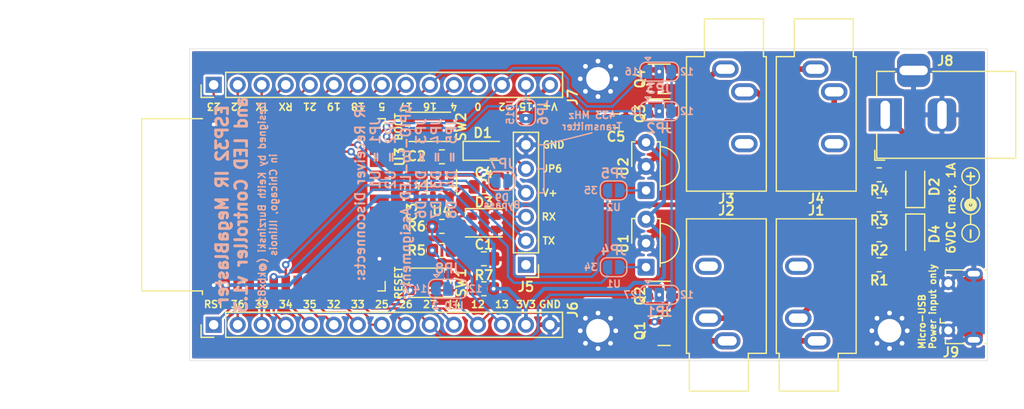
<source format=kicad_pcb>
(kicad_pcb (version 20211014) (generator pcbnew)
  (layers (0 "F.Cu" signal) (31 "B.Cu" signal) (34 "B.Paste" user) (35 "F.Paste" user) (36 "B.SilkS" user "B.Silkscreen") (37 "F.SilkS" user "F.Silkscreen") (38 "B.Mask" user) (39 "F.Mask" user) (44 "Edge.Cuts" user))
  (net 0 "")
  (net 1 "RESET")
  (net 2 "GND")
  (net 3 "+5V")
  (net 4 "+3V3")
  (net 5 "Net-(J1-PadT)")
  (net 6 "Net-(J2-PadT)")
  (net 7 "Net-(D2-Pad2)")
  (net 8 "Net-(J3-PadT)")
  (net 9 "Net-(D3-Pad2)")
  (net 10 "Net-(D3-Pad1)")
  (net 11 "Net-(D4-Pad2)")
  (net 12 "Net-(J4-PadT)")
  (net 13 "FET1")
  (net 14 "FET2")
  (net 15 "FET3")
  (net 16 "FET4")
  (net 17 "+BATT")
  (net 18 "Net-(J5-Pad5)")
  (net 21 "RXD")
  (net 22 "TXD")
  (net 23 "GPIO13")
  (net 24 "GPIO12")
  (net 25 "GPIO14")
  (net 26 "GPIO27")
  (net 27 "GPIO26")
  (net 28 "GPIO25")
  (net 29 "GPIO33")
  (net 30 "GPIO32")
  (net 31 "GPI35")
  (net 32 "GPI34")
  (net 33 "GPIO39")
  (net 34 "GPIO36")
  (net 35 "GPIO15")
  (net 36 "GPIO2")
  (net 37 "GPIO0")
  (net 38 "GPIO4")
  (net 39 "GPIO16")
  (net 40 "GPIO17")
  (net 41 "GPIO5")
  (net 42 "GPIO18")
  (net 43 "GPIO19")
  (net 44 "GPIO21")
  (net 45 "GPIO22")
  (net 46 "GPIO23")
  (net 49 "Net-(JP1-Pad2)")
  (net 50 "Net-(JP3-Pad2)")
  (net 51 "Net-(JP2-Pad2)")
  (net 52 "Net-(JP4-Pad1)")
  (net 53 "Net-(JP5-Pad1)")
  (net 54 "Net-(JP8-Pad2)")
  (footprint "Capacitor_SMD:C_0805_2012Metric_Pad1.18x1.45mm_HandSolder" (layer "F.Cu") (at 149.86 78.74 180)
    (fp_text reference "C4")
    (fp_text value "10 uF")
  )
  (footprint "Connector_PinHeader_2.54mm:PinHeader_1x06_P2.54mm_Vertical" (layer "F.Cu") (at 154.305 86.995 180)
    (fp_text reference "J5")
    (fp_text value "Conn_01x06")
  )
  (footprint "Button_Switch_SMD:SW_Push_1P1T_NO_CK_KMR2" (layer "F.Cu") (at 144.145 72.39)
    (fp_text reference "SW2")
    (fp_text value "BOOT")
  )
  (footprint "Package_TO_SOT_SMD:SOT-23" (layer "F.Cu") (at 168.91 93.98)
    (fp_text reference "Q1")
    (fp_text value "2N7002")
  )
  (footprint "Capacitor_SMD:C_0805_2012Metric_Pad1.18x1.45mm_HandSolder" (layer "F.Cu") (at 142.24 78.74 -90)
    (fp_text reference "C3")
    (fp_text value "10 uF")
  )
  (footprint "Resistor_SMD:R_0805_2012Metric_Pad1.20x1.40mm_HandSolder" (layer "F.Cu") (at 149.86 89.535 180)
    (fp_text reference "R7")
    (fp_text value "10K")
  )
  (footprint "Resistor_SMD:R_0805_2012Metric_Pad1.20x1.40mm_HandSolder" (layer "F.Cu") (at 145.415 82.931)
    (fp_text reference "R6")
    (fp_text value "1K")
  )
  (footprint "Capacitor_SMD:C_0805_2012Metric_Pad1.18x1.45mm_HandSolder" (layer "F.Cu") (at 149.86 86.36)
    (fp_text reference "C1")
    (fp_text value "1 uF")
  )
  (footprint "Diode_SMD:D_SOD-123F" (layer "F.Cu") (at 149.86 74.93)
    (fp_text reference "D1")
    (fp_text value "MBR120")
  )
  (footprint "Resistor_SMD:R_0805_2012Metric_Pad1.20x1.40mm_HandSolder" (layer "F.Cu") (at 145.415 85.471)
    (fp_text reference "R5")
    (fp_text value "1K")
  )
  (footprint "LED_SMD:LED_Cree-PLCC4_3.2x2.8mm_CCW" (layer "F.Cu") (at 149.86 82.55)
    (fp_text reference "D3")
    (fp_text value "LED_Dual_AACC")
  )
  (footprint "Button_Switch_SMD:SW_Push_1P1T_NO_CK_KMR2" (layer "F.Cu") (at 144.145 88.9 180)
    (fp_text reference "SW1")
    (fp_text value "RESET")
  )
  (footprint "Capacitor_SMD:C_0805_2012Metric_Pad1.18x1.45mm_HandSolder" (layer "F.Cu") (at 145.415 75.565)
    (fp_text reference "C2")
    (fp_text value "10 uF")
  )
  (footprint "RF_Module:ESP32-WROOM-32" (layer "F.Cu") (at 129.54 80.645 90)
    (fp_text reference "U3")
    (fp_text value "ESP32-WROOM-32D")
  )
  (footprint "Connector_PinHeader_2.54mm:PinHeader_1x15_P2.54mm_Vertical" (layer "F.Cu") (at 121.285 93.345 90)
    (fp_text reference "J6")
    (fp_text value "Conn_01x15")
  )
  (footprint "Connector_PinHeader_2.54mm:PinHeader_1x15_P2.54mm_Vertical" (layer "F.Cu") (at 121.285 67.945 90)
    (fp_text reference "J7")
    (fp_text value "Conn_01x15")
  )
  (footprint "MountingHole:MountingHole_2.5mm_Pad_Via" (layer "F.Cu") (at 161.925 67.31)
    (fp_text reference "H1" hide)
    (fp_text value "MountingHole_Pad")
  )
  (footprint "Capacitor_SMD:C_0805_2012Metric_Pad1.18x1.45mm_HandSolder" (layer "F.Cu") (at 163.83 71.755 180)
    (fp_text reference "C5")
    (fp_text value "10 uF")
  )
  (footprint "MountingHole:MountingHole_2.5mm_Pad_Via" (layer "F.Cu") (at 161.925 93.98)
    (fp_text reference "H2" hide)
    (fp_text value "MountingHole_Pad")
  )
  (footprint "Package_TO_SOT_SMD:SOT-23" (layer "F.Cu") (at 168.91 70.993)
    (fp_text reference "Q3")
    (fp_text value "2N7002")
  )
  (footprint "OptoDevice:Vishay_MINICAST-3Pin" (layer "F.Cu") (at 167.005 87.249 90)
    (fp_text reference "U1")
    (fp_text value "TSOP382xx")
  )
  (footprint "Diode_SMD:D_SOD-123F" (layer "F.Cu") (at 195.471481 78.74 90)
    (fp_text reference "D2")
    (fp_text value "MBR120")
  )
  (footprint "Diode_SMD:D_SOD-123F" (layer "F.Cu") (at 195.471481 83.82 -90)
    (fp_text reference "D4")
    (fp_text value "MBR120")
  )
  (footprint "MountingHole:MountingHole_2.5mm_Pad_Via" (layer "F.Cu") (at 192.75 93.98)
    (fp_text reference "H3" hide)
    (fp_text value "MountingHole_Pad")
  )
  (footprint "Connector_BarrelJack:BarrelJack_Horizontal" (layer "F.Cu") (at 192.296481 71.12 180)
    (fp_text reference "J8")
    (fp_text value "Barrel_Jack_Switch")
  )
  (footprint "Resistor_SMD:R_0805_2012Metric_Pad1.20x1.40mm_HandSolder" (layer "F.Cu") (at 191.661481 86.995 180)
    (fp_text reference "R1")
    (fp_text value "27")
  )
  (footprint "Resistor_SMD:R_0805_2012Metric_Pad1.20x1.40mm_HandSolder" (layer "F.Cu") (at 191.661481 83.82 180)
    (fp_text reference "R2")
    (fp_text value "27")
  )
  (footprint "OptoDevice:Vishay_MINICAST-3Pin" (layer "F.Cu") (at 167.005 79.121 90)
    (fp_text reference "U2")
    (fp_text value "TSOP382xx")
  )
  (footprint "Package_TO_SOT_SMD:SOT-23" (layer "F.Cu") (at 168.91 67.31)
    (fp_text reference "Q4")
    (fp_text value "2N7002")
  )
  (footprint "Resistor_SMD:R_0805_2012Metric_Pad1.20x1.40mm_HandSolder" (layer "F.Cu") (at 191.661481 80.645 180)
    (fp_text reference "R3")
    (fp_text value "27")
  )
  (footprint "Resistor_SMD:R_0805_2012Metric_Pad1.20x1.40mm_HandSolder" (layer "F.Cu") (at 191.661481 77.47 180)
    (fp_text reference "R4")
    (fp_text value "27")
  )
  (footprint "Package_TO_SOT_SMD:SOT-23" (layer "F.Cu") (at 168.91 90.297)
    (fp_text reference "Q2")
    (fp_text value "2N7002")
  )
  (footprint "Connector_USB:USB_Micro-B_Molex-105017-0001" (layer "F.Cu") (at 200.424481 91.44 90)
    (fp_text reference "J9")
    (fp_text value "USB_B_Micro")
  )
  (footprint "Package_TO_SOT_SMD:SOT-23-5" (layer "F.Cu") (at 145.415 78.74 -90)
    (fp_text reference "U4")
    (fp_text value "AP2112K-3.3")
  )
  (footprint "Symbol:Symbol_Barrel_Polarity" (layer "F.Cu") (at 201.25 80.645 90)
    (fp_text reference "REF**" hide)
    (fp_text value "Symbol_Barrel_Polarity")
  )
  (footprint "Connector_Audio:Jack_3.5mm_CUI_SJ1-3533NG_Horizontal" (layer "F.Cu") (at 175.6 95.05 180)
    (fp_text reference "J2")
    (fp_text value "CH2")
  )
  (footprint "Connector_Audio:Jack_3.5mm_CUI_SJ1-3533NG_Horizontal" (layer "F.Cu") (at 175.4 66.278681)
    (fp_text reference "J3")
    (fp_text value "CH3")
  )
  (footprint "Connector_Audio:Jack_3.5mm_CUI_SJ1-3533NG_Horizontal" (layer "F.Cu") (at 184.9 66.278681)
    (fp_text reference "J4")
    (fp_text value "CH4")
  )
  (footprint "Connector_Audio:Jack_3.5mm_CUI_SJ1-3533NG_Horizontal" (layer "F.Cu") (at 185.1 95.05 180)
    (fp_text reference "J1")
    (fp_text value "CH1")
  )
  (footprint "Jumper:SolderJumper-3_P1.3mm_Open_RoundedPad1.0x1.5mm" (layer "B.Cu") (at 168.402 70.739)
    (fp_text reference "JP2")
    (fp_text value "SolderJumper_3_Open")
  )
  (footprint "Jumper:SolderJumper-2_P1.3mm_Open_RoundedPad1.0x1.5mm" (layer "B.Cu") (at 163.576 87.249 180)
    (fp_text reference "JP4")
    (fp_text value "SolderJumper_2_Open")
  )
  (footprint "Jumper:SolderJumper-3_P1.3mm_Open_RoundedPad1.0x1.5mm" (layer "B.Cu") (at 146.05 89.535)
    (fp_text reference "JP8")
    (fp_text value "SolderJumper_3_Open")
  )
  (footprint "Jumper:SolderJumper-3_P1.3mm_Open_RoundedPad1.0x1.5mm" (layer "B.Cu") (at 168.402 66.548)
    (fp_text reference "JP3")
    (fp_text value "SolderJumper_3_Open")
  )
  (footprint "Jumper:SolderJumper-2_P1.3mm_Open_RoundedPad1.0x1.5mm" (layer "B.Cu") (at 163.576 79.121 180)
    (fp_text reference "JP5")
    (fp_text value "SolderJumper_2_Open")
  )
  (footprint "Jumper:SolderJumper-3_P1.3mm_Open_RoundedPad1.0x1.5mm" (layer "B.Cu") (at 168.402 90.17)
    (fp_text reference "JP1")
    (fp_text value "SolderJumper_3_Open")
  )
  (footprint "Jumper:SolderJumper-2_P1.3mm_Open_RoundedPad1.0x1.5mm" (layer "B.Cu") (at 151.765 78.105 180)
    (fp_text reference "JP7")
    (fp_text value "SolderJumper_2_Open")
  )
  (footprint "Jumper:SolderJumper-2_P1.3mm_Open_RoundedPad1.0x1.5mm" (layer "B.Cu") (at 154.305 70.866 90)
    (fp_text reference "JP6")
    (fp_text value "SolderJumper_2_Open")
  )
  (gr_line (start 156.21 76.835) (end 155.575 76.835) (layer "B.SilkS") (width 0.15))
  (gr_line (start 156.21 79.375) (end 156.21 76.835) (layer "B.SilkS") (width 0.15))
  (gr_line (start 155.575 79.375) (end 156.21 79.375) (layer "B.SilkS") (width 0.15))
  (gr_line (start 156.21 74.295) (end 161.29 73.025) (layer "B.SilkS") (width 0.15))
  (gr_line (start 156.21 74.295) (end 155.575 74.295) (layer "B.SilkS") (width 0.15))
  (gr_line (start 156.21 76.835) (end 156.21 74.295) (layer "B.SilkS") (width 0.15))
  (gr_line (start 118.745 97.155) (end 203.091481 97.155) (layer "Edge.Cuts") (width 0.05))
  (gr_line (start 203.091481 97.155) (end 203.091481 64.135) (layer "Edge.Cuts") (width 0.05))
  (gr_line (start 203.091481 64.135) (end 118.745 64.135) (layer "Edge.Cuts") (width 0.05))
  (gr_line (start 118.745 64.135) (end 118.745 97.155) (layer "Edge.Cuts") (width 0.05))
  (gr_text "Designed by Keith Burzinski (@kbx81)\nin Chicago, Illinois" (at 127 80.645 90) (layer "B.SilkS") (effects (font (size 0.75 0.75) (thickness 0.16)) (justify mirror)))
  (gr_text "IR Receiver Disconnects:\n  JP1 = U1\n  JP2 = U2\nGPIO-to-LED Assignments:\n  JP3 = D2, D6\n  JP4 = D3, D7\n  JP5 = D4, D8" (at 141.605 69.85 90) (layer "B.SilkS") (effects (font (size 1 1) (thickness 0.2)) (justify left mirror)))
  (gr_text "ESP32 IR MegaBlaster\nand LED Controller v1.3" (at 123.19 80.645 90) (layer "B.SilkS") (effects (font (size 1.25 1.25) (thickness 0.3)) (justify mirror)))
  (gr_text "433 MHz\nTransmitter" (at 161.29 71.755) (layer "B.SilkS") (effects (font (size 0.75 0.75) (thickness 0.16)) (justify mirror)))
  (gr_text "Micro-USB\nPower input only" (at 196.75 96 90) (layer "F.SilkS") (effects (font (size 0.7 0.7) (thickness 0.16)) (justify left)))
  (segment (start 123.825 90.805) (end 123.825 89.145) (width 0.25) (layer "F.Cu") (net 1))
  (segment (start 146.195 89.7) (end 148.67 89.7) (width 0.25) (layer "F.Cu") (net 1))
  (segment (start 148.67 89.7) (end 148.835 89.535) (width 0.25) (layer "F.Cu") (net 1))
  (segment (start 148.835 86.36) (end 148.835 89.535) (width 0.25) (layer "F.Cu") (net 1))
  (segment (start 142.795 89.7) (end 146.195 89.7) (width 0.25) (layer "F.Cu") (net 1))
  (segment (start 121.285 93.345) (end 123.825 90.805) (width 0.25) (layer "F.Cu") (net 1))
  (segment (start 142.095 89.7) (end 142.795 89.7) (width 0.25) (layer "F.Cu") (net 1))
  (via (at 142.095 89.7) (size 0.8) (drill 0.4) (layers "F.Cu" "B.Cu") (net 1))
  (segment (start 139.72 92.075) (end 142.095 89.7) (width 0.25) (layer "B.Cu") (net 1))
  (segment (start 121.285 93.345) (end 122.555 92.075) (width 0.25) (layer "B.Cu") (net 1))
  (segment (start 122.555 92.075) (end 139.72 92.075) (width 0.25) (layer "B.Cu") (net 1))
  (segment (start 168.247 91.247) (end 169.02952 92.02952) (width 0.4) (layer "F.Cu") (net 2))
  (segment (start 169.02952 92.02952) (end 169.02952 93.374481) (width 0.4) (layer "F.Cu") (net 2))
  (segment (start 144.39 75.683) (end 145.415 76.708) (width 0.4) (layer "F.Cu") (net 2))
  (segment (start 145.415 76.708) (end 145.415 77.64) (width 0.4) (layer "F.Cu") (net 2))
  (segment (start 167.9725 91.247) (end 168.247 91.247) (width 0.4) (layer "F.Cu") (net 2))
  (segment (start 169.02952 93.374481) (end 167.9725 94.431501) (width 0.4) (layer "F.Cu") (net 2))
  (segment (start 144.39 75.565) (end 144.39 75.683) (width 0.4) (layer "F.Cu") (net 2))
  (segment (start 167.9725 94.431501) (end 167.9725 94.93) (width 0.4) (layer "F.Cu") (net 2))
  (segment (start 164.1 93.03) (end 161.605 93.03) (width 0.25) (layer "F.Cu") (net 2))
  (via (at 138.811 86.36) (size 0.8) (drill 0.4) (layers "F.Cu" "B.Cu") (net 2))
  (via (at 121.285 89.154) (size 0.8) (drill 0.4) (layers "F.Cu" "B.Cu") (net 2))
  (via (at 121.285 72.136) (size 0.8) (drill 0.4) (layers "F.Cu" "B.Cu") (net 2))
  (segment (start 144.465 77.64) (end 144.465 78.42) (width 0.25) (layer "F.Cu") (net 3))
  (segment (start 146.299 78.486) (end 146.365 78.42) (width 0.25) (layer "F.Cu") (net 3))
  (segment (start 146.365 75.64) (end 146.44 75.565) (width 0.4) (layer "F.Cu") (net 3))
  (segment (start 152.273 79.248) (end 153.67 80.645) (width 0.5) (layer "F.Cu") (net 3))
  (segment (start 151.765 77.47) (end 152.273 77.978) (width 0.5) (layer "F.Cu") (net 3))
  (segment (start 192 82.25) (end 192.686481 81.563519) (width 0.5) (layer "F.Cu") (net 3))
  (segment (start 153.67 80.645) (end 187.145 80.645) (width 0.5) (layer "F.Cu") (net 3))
  (segment (start 146.535 77.47) (end 146.365 77.64) (width 0.4) (layer "F.Cu") (net 3))
  (segment (start 188.75 82.25) (end 192 82.25) (width 0.5) (layer "F.Cu") (net 3))
  (segment (start 144.465 78.42) (end 144.531 78.486) (width 0.25) (layer "F.Cu") (net 3))
  (segment (start 192.686481 82.936481) (end 192 82.25) (width 0.4) (layer "F.Cu") (net 3))
  (segment (start 146.365 78.42) (end 146.365 77.64) (width 0.25) (layer "F.Cu") (net 3))
  (segment (start 146.365 77.64) (end 146.365 75.64) (width 0.4) (layer "F.Cu") (net 3))
  (segment (start 146.44 75.565) (end 147.825 75.565) (width 0.4) (layer "F.Cu") (net 3))
  (segment (start 152.273 77.978) (end 152.273 79.248) (width 0.5) (layer "F.Cu") (net 3))
  (segment (start 192.686481 83.82) (end 192.686481 82.936481) (width 0.4) (layer "F.Cu") (net 3))
  (segment (start 144.531 78.486) (end 146.299 78.486) (width 0.25) (layer "F.Cu") (net 3))
  (segment (start 149.86 77.47) (end 151.765 77.47) (width 0.5) (layer "F.Cu") (net 3))
  (segment (start 147.825 75.565) (end 148.46 74.93) (width 0.4) (layer "F.Cu") (net 3))
  (segment (start 187.145 80.645) (end 188.75 82.25) (width 0.5) (layer "F.Cu") (net 3))
  (segment (start 149.86 77.47) (end 146.535 77.47) (width 0.4) (layer "F.Cu") (net 3))
  (segment (start 192.686481 81.563519) (end 192.686481 80.645) (width 0.5) (layer "F.Cu") (net 3))
  (via (at 149.86 77.47) (size 0.8) (drill 0.4) (layers "F.Cu" "B.Cu") (net 3))
  (segment (start 150.495 78.105) (end 149.86 77.47) (width 0.5) (layer "B.Cu") (net 3))
  (segment (start 151.115 78.105) (end 150.495 78.105) (width 0.5) (layer "B.Cu") (net 3))
  (segment (start 164.973 74.041) (end 167.005 74.041) (width 0.4) (layer "F.Cu") (net 4))
  (segment (start 162.805 71.755) (end 162.805 71.873) (width 0.4) (layer "F.Cu") (net 4))
  (segment (start 142.24 79.765) (end 143.015001 78.989999) (width 0.4) (layer "F.Cu") (net 4))
  (segment (start 143.015001 78.989999) (end 145.514999 78.989999) (width 0.4) (layer "F.Cu") (net 4))
  (segment (start 145.514999 78.989999) (end 146.365 79.84) (width 0.4) (layer "F.Cu") (net 4))
  (segment (start 148.835 78.74) (end 147.465 78.74) (width 0.4) (layer "F.Cu") (net 4))
  (segment (start 162.805 71.873) (end 164.973 74.041) (width 0.4) (layer "F.Cu") (net 4))
  (segment (start 147.465 78.74) (end 146.365 79.84) (width 0.4) (layer "F.Cu") (net 4))
  (segment (start 142.315 79.84) (end 142.24 79.765) (width 0.4) (layer "F.Cu") (net 4))
  (via (at 122.555 89.145) (size 0.8) (drill 0.4) (layers "F.Cu" "B.Cu") (net 4))
  (via (at 150.885 89.535) (size 0.8) (drill 0.4) (layers "F.Cu" "B.Cu") (net 4))
  (via (at 142.24 79.765) (size 0.8) (drill 0.4) (layers "F.Cu" "B.Cu") (net 4))
  (segment (start 138.675 79.765) (end 142.24 79.765) (width 0.4) (layer "B.Cu") (net 4))
  (segment (start 167.005 82.169) (end 168.91 84.074) (width 0.4) (layer "B.Cu") (net 4))
  (segment (start 129.295 89.145) (end 138.675 79.765) (width 0.4) (layer "B.Cu") (net 4))
  (segment (start 154.305 91.44) (end 154.305 93.345) (width 0.4) (layer "B.Cu") (net 4))
  (segment (start 156.21 89.535) (end 165.1 89.535) (width 0.4) (layer "B.Cu") (net 4))
  (segment (start 165.1 89.535) (end 165.735 88.9) (width 0.4) (layer "B.Cu") (net 4))
  (segment (start 167.005 82.169) (end 168.91 80.264) (width 0.4) (layer "B.Cu") (net 4))
  (segment (start 168.91 84.074) (end 168.91 88.265) (width 0.4) (layer "B.Cu") (net 4))
  (segment (start 168.91 88.265) (end 168.275 88.9) (width 0.4) (layer "B.Cu") (net 4))
  (segment (start 150.885 84.845) (end 145.805 79.765) (width 0.4) (layer "B.Cu") (net 4))
  (segment (start 145.805 79.765) (end 142.24 79.765) (width 0.4) (layer "B.Cu") (net 4))
  (segment (start 122.555 89.145) (end 129.295 89.145) (width 0.4) (layer "B.Cu") (net 4))
  (segment (start 150.885 89.535) (end 150.885 84.845) (width 0.4) (layer "B.Cu") (net 4))
  (segment (start 165.735 88.9) (end 168.275 88.9) (width 0.4) (layer "B.Cu") (net 4))
  (segment (start 168.91 80.264) (end 168.91 75.946) (width 0.4) (layer "B.Cu") (net 4))
  (segment (start 150.885 89.535) (end 152.4 89.535) (width 0.4) (layer "B.Cu") (net 4))
  (segment (start 154.305 91.44) (end 156.21 89.535) (width 0.4) (layer "B.Cu") (net 4))
  (segment (start 168.91 75.946) (end 167.005 74.041) (width 0.4) (layer "B.Cu") (net 4))
  (segment (start 152.4 89.535) (end 154.305 91.44) (width 0.4) (layer "B.Cu") (net 4))
  (segment (start 188.755 86.995) (end 190.661481 86.995) (width 0.6) (layer "F.Cu") (net 5))
  (segment (start 183.1 92.65) (end 188.755 86.995) (width 0.6) (layer "F.Cu") (net 5))
  (segment (start 173.6 92.65) (end 180.35 92.65) (width 0.6) (layer "F.Cu") (net 6))
  (segment (start 182 91) (end 183.481481 91) (width 0.6) (layer "F.Cu") (net 6))
  (segment (start 183.481481 91) (end 190.661481 83.82) (width 0.6) (layer "F.Cu") (net 6))
  (segment (start 180.35 92.65) (end 182 91) (width 0.6) (layer "F.Cu") (net 6))
  (segment (start 195.471481 77.34) (end 195.471481 74.295) (width 0.6) (layer "F.Cu") (net 7))
  (segment (start 195.471481 74.295) (end 192.296481 71.12) (width 0.6) (layer "F.Cu") (net 7))
  (segment (start 178.695162 68.678681) (end 177.4 68.678681) (width 0.6) (layer "F.Cu") (net 8))
  (segment (start 190.661481 80.645) (end 178.695162 68.678681) (width 0.6) (layer "F.Cu") (net 8))
  (segment (start 148.525 83.25) (end 148.61 83.25) (width 0.25) (layer "F.Cu") (net 9))
  (segment (start 146.44 85.335) (end 148.525 83.25) (width 0.25) (layer "F.Cu") (net 9))
  (segment (start 146.44 85.471) (end 146.44 85.335) (width 0.25) (layer "F.Cu") (net 9))
  (segment (start 146.44 82.795) (end 147.385 81.85) (width 0.25) (layer "F.Cu") (net 10))
  (segment (start 147.385 81.85) (end 148.61 81.85) (width 0.25) (layer "F.Cu") (net 10))
  (segment (start 146.44 82.931) (end 146.44 82.795) (width 0.25) (layer "F.Cu") (net 10))
  (segment (start 197.99 92.74) (end 195.471481 90.221481) (width 0.4) (layer "F.Cu") (net 11))
  (segment (start 198.961981 92.74) (end 197.99 92.74) (width 0.4) (layer "F.Cu") (net 11))
  (segment (start 195.471481 90.221481) (end 195.471481 85.22) (width 0.4) (layer "F.Cu") (net 11))
  (segment (start 190.636481 77.47) (end 190.636481 75.136481) (width 0.6) (layer "F.Cu") (net 12))
  (segment (start 186.9 71.4) (end 186.9 68.678681) (width 0.6) (layer "F.Cu") (net 12))
  (segment (start 190.636481 75.136481) (end 186.9 71.4) (width 0.6) (layer "F.Cu") (net 12))
  (segment (start 173.5 96.5) (end 176.75 96.5) (width 0.6) (layer "F.Cu") (net 13))
  (segment (start 169.8475 93.98) (end 170.98 93.98) (width 0.6) (layer "F.Cu") (net 13))
  (segment (start 178.2 95.05) (end 185.1 95.05) (width 0.6) (layer "F.Cu") (net 13))
  (segment (start 170.98 93.98) (end 173.5 96.5) (width 0.6) (layer "F.Cu") (net 13))
  (segment (start 176.75 96.5) (end 178.2 95.05) (width 0.6) (layer "F.Cu") (net 13))
  (segment (start 173.3 95.05) (end 169.91 91.66) (width 0.6) (layer "F.Cu") (net 14))
  (segment (start 169.91 91.66) (end 169.91 90.297) (width 0.6) (layer "F.Cu") (net 14))
  (segment (start 175.6 95.05) (end 173.3 95.05) (width 0.6) (layer "F.Cu") (net 14))
  (segment (start 174.624319 66.278681) (end 175.4 66.278681) (width 0.6) (layer "F.Cu") (net 15))
  (segment (start 169.91 70.993) (end 174.624319 66.278681) (width 0.6) (layer "F.Cu") (net 15))
  (segment (start 174.25 64.75) (end 171.69 67.31) (width 0.6) (layer "F.Cu") (net 16))
  (segment (start 171.69 67.31) (end 169.91 67.31) (width 0.6) (layer "F.Cu") (net 16))
  (segment (start 176.75 64.75) (end 174.25 64.75) (width 0.6) (layer "F.Cu") (net 16))
  (segment (start 178.278681 66.278681) (end 176.75 64.75) (width 0.6) (layer "F.Cu") (net 16))
  (segment (start 184.9 66.278681) (end 178.278681 66.278681) (width 0.6) (layer "F.Cu") (net 16))
  (segment (start 151.26 74.93) (end 151.26 75.06) (width 0.5) (layer "F.Cu") (net 17))
  (segment (start 151.26 74.93) (end 151.26 72.26) (width 0.5) (layer "F.Cu") (net 17))
  (segment (start 153.035 76.835) (end 153.035 78.105) (width 0.5) (layer "F.Cu") (net 17))
  (segment (start 153.67 69.85) (end 154.94 69.85) (width 0.5) (layer "F.Cu") (net 17))
  (segment (start 153.035 78.105) (end 154.305 79.375) (width 0.5) (layer "F.Cu") (net 17))
  (segment (start 154.94 69.85) (end 156.845 67.945) (width 0.5) (layer "F.Cu") (net 17))
  (segment (start 151.26 72.26) (end 153.67 69.85) (width 0.5) (layer "F.Cu") (net 17))
  (segment (start 151.26 75.06) (end 153.035 76.835) (width 0.5) (layer "F.Cu") (net 17))
  (segment (start 153.035 78.105) (end 154.305 79.375) (width 0.5) (layer "B.Cu") (net 17))
  (segment (start 152.415 78.105) (end 153.035 78.105) (width 0.5) (layer "B.Cu") (net 17))
  (segment (start 152.4 74.93) (end 154.305 76.835) (width 0.25) (layer "F.Cu") (net 18))
  (segment (start 152.4 72.39) (end 152.4 74.93) (width 0.25) (layer "F.Cu") (net 18))
  (segment (start 154.305 71.516) (end 153.274 71.516) (width 0.25) (layer "F.Cu") (net 18))
  (segment (start 153.274 71.516) (end 152.4 72.39) (width 0.25) (layer "F.Cu") (net 18))
  (via (at 154.305 71.516) (size 0.8) (drill 0.4) (layers "F.Cu" "B.Cu") (net 18))
  (segment (start 127.265 74.295) (end 136.525 74.295) (width 0.25) (layer "F.Cu") (net 21))
  (segment (start 126.365 72.145) (end 126.365 73.395) (width 0.25) (layer "F.Cu") (net 21))
  (segment (start 128.905 67.945) (end 126.365 70.485) (width 0.25) (layer "F.Cu") (net 21))
  (segment (start 126.365 73.395) (end 127.265 74.295) (width 0.25) (layer "F.Cu") (net 21))
  (segment (start 126.365 70.485) (end 126.365 72.145) (width 0.25) (layer "F.Cu") (net 21))
  (via (at 136.525 74.295) (size 0.8) (drill 0.4) (layers "F.Cu" "B.Cu") (net 21))
  (segment (start 154.305 81.915) (end 153.035 81.915) (width 0.25) (layer "B.Cu") (net 21))
  (segment (start 153.035 81.915) (end 148.59 77.47) (width 0.25) (layer "B.Cu") (net 21))
  (segment (start 148.59 77.47) (end 139.7 77.47) (width 0.25) (layer "B.Cu") (net 21))
  (segment (start 139.7 77.47) (end 136.525 74.295) (width 0.25) (layer "B.Cu") (net 21))
  (segment (start 126.72 75.02) (end 135.817892 75.02) (width 0.25) (layer "F.Cu") (net 22))
  (segment (start 126.365 69.147081) (end 125.095 70.417081) (width 0.25) (layer "F.Cu") (net 22))
  (segment (start 126.365 67.945) (end 126.365 69.147081) (width 0.25) (layer "F.Cu") (net 22))
  (segment (start 125.095 73.395) (end 126.72 75.02) (width 0.25) (layer "F.Cu") (net 22))
  (segment (start 125.095 70.895) (end 125.095 72.145) (width 0.25) (layer "F.Cu") (net 22))
  (segment (start 125.095 70.417081) (end 125.095 70.895) (width 0.25) (layer "F.Cu") (net 22))
  (segment (start 125.095 72.145) (end 125.095 73.395) (width 0.25) (layer "F.Cu") (net 22))
  (via (at 135.817892 75.02) (size 0.8) (drill 0.4) (layers "F.Cu" "B.Cu") (net 22))
  (segment (start 154.305 84.455) (end 147.955 78.105) (width 0.25) (layer "B.Cu") (net 22))
  (segment (start 147.955 78.105) (end 138.902892 78.105) (width 0.25) (layer "B.Cu") (net 22))
  (segment (start 138.902892 78.105) (end 135.817892 75.02) (width 0.25) (layer "B.Cu") (net 22))
  (segment (start 140.97 85.09) (end 143.129 82.931) (width 0.25) (layer "F.Cu") (net 23))
  (segment (start 138.795 85.09) (end 140.97 85.09) (width 0.25) (layer "F.Cu") (net 23))
  (segment (start 143.129 82.931) (end 144.39 82.931) (width 0.25) (layer "F.Cu") (net 23))
  (via (at 144.39 82.931) (size 0.8) (drill 0.4) (layers "F.Cu" "B.Cu") (net 23))
  (segment (start 148.59 88.265) (end 144.39 84.065) (width 0.25) (layer "B.Cu") (net 23))
  (segment (start 148.59 90.17) (end 148.59 88.265) (width 0.25) (layer "B.Cu") (net 23))
  (segment (start 151.765 93.345) (end 148.59 90.17) (width 0.25) (layer "B.Cu") (net 23))
  (segment (start 144.39 84.065) (end 144.39 82.931) (width 0.25) (layer "B.Cu") (net 23))
  (segment (start 165.42 93.03) (end 163.195 90.805) (width 0.25) (layer "F.Cu") (net 24))
  (segment (start 147.955 92.075) (end 149.225 93.345) (width 0.25) (layer "F.Cu") (net 24))
  (segment (start 142.797791 90.724971) (end 143.69781 91.62499) (width 0.25) (layer "F.Cu") (net 24))
  (segment (start 163.195 90.805) (end 160.655 90.805) (width 0.25) (layer "F.Cu") (net 24))
  (segment (start 146.05141 92.075) (end 147.955 92.075) (width 0.25) (layer "F.Cu") (net 24))
  (segment (start 137.795 89.535) (end 138.98497 90.72497) (width 0.25) (layer "F.Cu") (net 24))
  (segment (start 167.91 93.03) (end 165.42 93.03) (width 0.25) (layer "F.Cu") (net 24))
  (segment (start 160.655 90.805) (end 159.385 92.075) (width 0.25) (layer "F.Cu") (net 24))
  (segment (start 138.98497 90.72497) (end 142.797791 90.724971) (width 0.25) (layer "F.Cu") (net 24))
  (segment (start 143.69781 91.62499) (end 145.601401 91.624991) (width 0.25) (layer "F.Cu") (net 24))
  (segment (start 159.385 92.075) (end 150.495 92.075) (width 0.25) (layer "F.Cu") (net 24))
  (segment (start 150.495 92.075) (end 149.225 93.345) (width 0.25) (layer "F.Cu") (net 24))
  (segment (start 145.601401 91.624991) (end 146.05141 92.075) (width 0.25) (layer "F.Cu") (net 24))
  (segment (start 137.795 89.145) (end 137.795 89.535) (width 0.25) (layer "F.Cu") (net 24))
  (via (at 167.91 93.03) (size 0.8) (drill 0.4) (layers "F.Cu" "B.Cu") (net 24))
  (segment (start 169.702 70.739) (end 169.702 71.739) (width 0.25) (layer "B.Cu") (net 24))
  (segment (start 169.702 66.548) (end 169.702 67.548) (width 0.25) (layer "B.Cu") (net 24))
  (segment (start 169.702 71.739) (end 169.702 90.17) (width 0.25) (layer "B.Cu") (net 24))
  (segment (start 147.35 91.47) (end 149.225 93.345) (width 0.25) (layer "B.Cu") (net 24))
  (segment (start 147.35 89.535) (end 147.35 91.47) (width 0.25) (layer "B.Cu") (net 24))
  (segment (start 169.702 91.238) (end 167.91 93.03) (width 0.25) (layer "B.Cu") (net 24))
  (segment (start 169.702 67.548) (end 169.702 70.739) (width 0.25) (layer "B.Cu") (net 24))
  (segment (start 169.702 90.17) (end 169.702 91.238) (width 0.25) (layer "B.Cu") (net 24))
  (segment (start 136.525 90.395) (end 136.854972 90.724972) (width 0.25) (layer "F.Cu") (net 25))
  (segment (start 143.51141 92.075) (end 145.415 92.075) (width 0.25) (layer "F.Cu") (net 25))
  (segment (start 136.525 89.145) (end 136.525 90.395) (width 0.25) (layer "F.Cu") (net 25))
  (segment (start 136.854972 90.724972) (end 137.719203 90.724973) (width 0.25) (layer "F.Cu") (net 25))
  (segment (start 145.415 92.075) (end 146.685 93.345) (width 0.25) (layer "F.Cu") (net 25))
  (segment (start 138.16921 91.17498) (end 142.61139 91.17498) (width 0.25) (layer "F.Cu") (net 25))
  (segment (start 137.719203 90.724973) (end 138.16921 91.17498) (width 0.25) (layer "F.Cu") (net 25))
  (segment (start 142.61139 91.17498) (end 143.51141 92.075) (width 0.25) (layer "F.Cu") (net 25))
  (segment (start 144.75 91.41) (end 146.685 93.345) (width 0.25) (layer "B.Cu") (net 25))
  (segment (start 144.75 89.535) (end 144.75 91.41) (width 0.25) (layer "B.Cu") (net 25))
  (segment (start 144.145 93.345) (end 142.42499 91.62499) (width 0.25) (layer "F.Cu") (net 26))
  (segment (start 137.98281 91.62499) (end 137.532802 91.174982) (width 0.25) (layer "F.Cu") (net 26))
  (segment (start 136.264212 91.174982) (end 135.784191 90.694963) (width 0.25) (layer "F.Cu") (net 26))
  (segment (start 135.554963 90.694963) (end 135.255 90.395) (width 0.25) (layer "F.Cu") (net 26))
  (segment (start 142.42499 91.62499) (end 137.98281 91.62499) (width 0.25) (layer "F.Cu") (net 26))
  (segment (start 135.255 90.395) (end 135.255 89.145) (width 0.25) (layer "F.Cu") (net 26))
  (segment (start 137.532802 91.174982) (end 136.264212 91.174982) (width 0.25) (layer "F.Cu") (net 26))
  (segment (start 135.784191 90.694963) (end 135.554963 90.694963) (width 0.25) (layer "F.Cu") (net 26))
  (segment (start 167.102 90.17) (end 156.845 90.17) (width 0.25) (layer "B.Cu") (net 26))
  (segment (start 155.575 91.44) (end 155.575 93.98) (width 0.25) (layer "B.Cu") (net 26))
  (segment (start 154.94 94.615) (end 145.415 94.615) (width 0.25) (layer "B.Cu") (net 26))
  (segment (start 155.575 93.98) (end 154.94 94.615) (width 0.25) (layer "B.Cu") (net 26))
  (segment (start 156.845 90.17) (end 155.575 91.44) (width 0.25) (layer "B.Cu") (net 26))
  (segment (start 145.415 94.615) (end 144.145 93.345) (width 0.25) (layer "B.Cu") (net 26))
  (segment (start 135.597792 91.144972) (end 136.07781 91.62499) (width 0.25) (layer "F.Cu") (net 27))
  (segment (start 137.79641 92.075) (end 140.335 92.075) (width 0.25) (layer "F.Cu") (net 27))
  (segment (start 133.985 89.145) (end 133.985 90.395) (width 0.25) (layer "F.Cu") (net 27))
  (segment (start 140.335 92.075) (end 141.605 93.345) (width 0.25) (layer "F.Cu") (net 27))
  (segment (start 134.734971 91.144971) (end 135.597792 91.144972) (width 0.25) (layer "F.Cu") (net 27))
  (segment (start 137.346401 91.624991) (end 137.79641 92.075) (width 0.25) (layer "F.Cu") (net 27))
  (segment (start 133.985 90.395) (end 134.734971 91.144971) (width 0.25) (layer "F.Cu") (net 27))
  (segment (start 136.07781 91.62499) (end 137.346401 91.624991) (width 0.25) (layer "F.Cu") (net 27))
  (segment (start 135.411391 91.594981) (end 133.914981 91.594981) (width 0.25) (layer "F.Cu") (net 28))
  (segment (start 137.700001 92.615001) (end 137.16 92.075) (width 0.25) (layer "F.Cu") (net 28))
  (segment (start 137.862919 93.345) (end 137.700001 93.182082) (width 0.25) (layer "F.Cu") (net 28))
  (segment (start 139.065 93.345) (end 137.862919 93.345) (width 0.25) (layer "F.Cu") (net 28))
  (segment (start 133.914981 91.594981) (end 132.715 90.395) (width 0.25) (layer "F.Cu") (net 28))
  (segment (start 137.700001 93.182082) (end 137.700001 92.615001) (width 0.25) (layer "F.Cu") (net 28))
  (segment (start 137.16 92.075) (end 135.89141 92.075) (width 0.25) (layer "F.Cu") (net 28))
  (segment (start 135.89141 92.075) (end 135.411391 91.594981) (width 0.25) (layer "F.Cu") (net 28))
  (segment (start 132.715 90.395) (end 132.715 89.145) (width 0.25) (layer "F.Cu") (net 28))
  (segment (start 131.445 90.395) (end 133.094991 92.044991) (width 0.25) (layer "F.Cu") (net 29))
  (segment (start 131.445 89.145) (end 131.445 90.395) (width 0.25) (layer "F.Cu") (net 29))
  (segment (start 135.224991 92.044991) (end 136.525 93.345) (width 0.25) (layer "F.Cu") (net 29))
  (segment (start 133.094991 92.044991) (end 135.224991 92.044991) (width 0.25) (layer "F.Cu") (net 29))
  (segment (start 132.275001 92.495001) (end 133.135001 92.495001) (width 0.25) (layer "F.Cu") (net 30))
  (segment (start 130.175 89.145) (end 130.175 90.395) (width 0.25) (layer "F.Cu") (net 30))
  (segment (start 130.175 90.395) (end 132.275001 92.495001) (width 0.25) (layer "F.Cu") (net 30))
  (segment (start 133.135001 92.495001) (end 133.985 93.345) (width 0.25) (layer "F.Cu") (net 30))
  (segment (start 128.905 90.805) (end 131.445 93.345) (width 0.25) (layer "F.Cu") (net 31))
  (segment (start 128.905 86.995) (end 128.905 89.145) (width 0.25) (layer "F.Cu") (net 31))
  (segment (start 128.905 89.145) (end 128.905 90.805) (width 0.25) (layer "F.Cu") (net 31))
  (via (at 128.905 86.995) (size 0.8) (drill 0.4) (layers "F.Cu" "B.Cu") (net 31))
  (segment (start 162.926 85.359) (end 161.925 86.36) (width 0.25) (layer "B.Cu") (net 31))
  (segment (start 161.925 86.36) (end 161.925 87.63) (width 0.25) (layer "B.Cu") (net 31))
  (segment (start 147.169989 78.589989) (end 137.310011 78.589989) (width 0.25) (layer "B.Cu") (net 31))
  (segment (start 137.310011 78.589989) (end 128.905 86.995) (width 0.25) (layer "B.Cu") (net 31))
  (segment (start 162.926 79.121) (end 162.926 85.359) (width 0.25) (layer "B.Cu") (net 31))
  (segment (start 161.925 87.63) (end 161.29 88.265) (width 0.25) (layer "B.Cu") (net 31))
  (segment (start 153.035 84.455) (end 147.169989 78.589989) (width 0.25) (layer "B.Cu") (net 31))
  (segment (start 153.035 88.010002) (end 153.035 84.455) (width 0.25) (layer "B.Cu") (net 31))
  (segment (start 153.289998 88.265) (end 153.035 88.010002) (width 0.25) (layer "B.Cu") (net 31))
  (segment (start 161.29 88.265) (end 153.289998 88.265) (width 0.25) (layer "B.Cu") (net 31))
  (segment (start 127.635 92.075) (end 128.905 93.345) (width 0.25) (layer "F.Cu") (net 32))
  (segment (start 127.635 88.265) (end 127.635 89.145) (width 0.25) (layer "F.Cu") (net 32))
  (segment (start 127.635 89.145) (end 127.635 92.075) (width 0.25) (layer "F.Cu") (net 32))
  (via (at 127.635 88.265) (size 0.8) (drill 0.4) (layers "F.Cu" "B.Cu") (net 32))
  (segment (start 138.130001 79.039999) (end 128.905 88.265) (width 0.25) (layer "B.Cu") (net 32))
  (segment (start 162.926 88.249) (end 162.275 88.9) (width 0.25) (layer "B.Cu") (net 32))
  (segment (start 152.4 88.265) (end 152.4 85.09) (width 0.25) (layer "B.Cu") (net 32))
  (segment (start 128.905 88.265) (end 127.635 88.265) (width 0.25) (layer "B.Cu") (net 32))
  (segment (start 162.926 87.249) (end 162.926 88.249) (width 0.25) (layer "B.Cu") (net 32))
  (segment (start 152.4 85.09) (end 146.349999 79.039999) (width 0.25) (layer "B.Cu") (net 32))
  (segment (start 146.349999 79.039999) (end 138.130001 79.039999) (width 0.25) (layer "B.Cu") (net 32))
  (segment (start 162.275 88.9) (end 153.035 88.9) (width 0.25) (layer "B.Cu") (net 32))
  (segment (start 153.035 88.9) (end 152.4 88.265) (width 0.25) (layer "B.Cu") (net 32))
  (segment (start 126.365 93.345) (end 126.365 89.145) (width 0.25) (layer "F.Cu") (net 33))
  (segment (start 123.825 92.142919) (end 125.095 90.872919) (width 0.25) (layer "F.Cu") (net 34))
  (segment (start 125.095 90.395) (end 125.095 89.145) (width 0.25) (layer "F.Cu") (net 34))
  (segment (start 125.095 90.872919) (end 125.095 90.395) (width 0.25) (layer "F.Cu") (net 34))
  (segment (start 123.825 93.345) (end 123.825 92.142919) (width 0.25) (layer "F.Cu") (net 34))
  (segment (start 138.795 76.2) (end 140.045 76.2) (width 0.25) (layer "F.Cu") (net 35))
  (segment (start 140.335 75.91) (end 140.335 74.168) (width 0.25) (layer "F.Cu") (net 35))
  (segment (start 140.335 74.168) (end 139.573 73.406) (width 0.25) (layer "F.Cu") (net 35))
  (segment (start 140.045 76.2) (end 140.335 75.91) (width 0.25) (layer "F.Cu") (net 35))
  (via (at 139.573 73.406) (size 0.8) (drill 0.4) (layers "F.Cu" "B.Cu") (net 35))
  (segment (start 147.955 72.517) (end 150.256 70.216) (width 0.25) (layer "B.Cu") (net 35))
  (segment (start 150.256 70.216) (end 154.305 70.216) (width 0.25) (layer "B.Cu") (net 35))
  (segment (start 139.573 73.406) (end 140.462 72.517) (width 0.25) (layer "B.Cu") (net 35))
  (segment (start 154.305 70.216) (end 154.305 67.945) (width 0.25) (layer "B.Cu") (net 35))
  (segment (start 140.462 72.517) (end 147.955 72.517) (width 0.25) (layer "B.Cu") (net 35))
  (segment (start 138.795 73.168) (end 139.573 72.39) (width 0.25) (layer "F.Cu") (net 36))
  (segment (start 138.795 74.93) (end 138.795 73.168) (width 0.25) (layer "F.Cu") (net 36))
  (via (at 139.573 72.39) (size 0.8) (drill 0.4) (layers "F.Cu" "B.Cu") (net 36))
  (segment (start 139.972999 71.990001) (end 147.719999 71.990001) (width 0.25) (layer "B.Cu") (net 36))
  (segment (start 150.915001 68.794999) (end 151.765 67.945) (width 0.25) (layer "B.Cu") (net 36))
  (segment (start 157.48 66.675) (end 153.035 66.675) (width 0.25) (layer "B.Cu") (net 36))
  (segment (start 158.242 68.453) (end 158.242 67.437) (width 0.25) (layer "B.Cu") (net 36))
  (segment (start 158.242 67.437) (end 157.48 66.675) (width 0.25) (layer "B.Cu") (net 36))
  (segment (start 147.719999 71.990001) (end 150.915001 68.794999) (width 0.25) (layer "B.Cu") (net 36))
  (segment (start 160.528 70.739) (end 158.242 68.453) (width 0.25) (layer "B.Cu") (net 36))
  (segment (start 167.102 70.739) (end 160.528 70.739) (width 0.25) (layer "B.Cu") (net 36))
  (segment (start 139.573 72.39) (end 139.972999 71.990001) (width 0.25) (layer "B.Cu") (net 36))
  (segment (start 153.035 66.675) (end 151.765 67.945) (width 0.25) (layer "B.Cu") (net 36))
  (segment (start 149.225 67.945) (end 147.955 69.215) (width 0.25) (layer "F.Cu") (net 37))
  (segment (start 147.955 69.215) (end 147.32 69.215) (width 0.25) (layer "F.Cu") (net 37))
  (segment (start 146.195 70.34) (end 146.195 71.59) (width 0.25) (layer "F.Cu") (net 37))
  (segment (start 142.095 71.59) (end 142.795 71.59) (width 0.25) (layer "F.Cu") (net 37))
  (segment (start 138.675 72.145) (end 137.795 72.145) (width 0.25) (layer "F.Cu") (net 37))
  (segment (start 142.095 71.59) (end 139.23 71.59) (width 0.25) (layer "F.Cu") (net 37))
  (segment (start 142.795 71.59) (end 146.195 71.59) (width 0.25) (layer "F.Cu") (net 37))
  (segment (start 147.32 69.215) (end 146.195 70.34) (width 0.25) (layer "F.Cu") (net 37))
  (segment (start 139.23 71.59) (end 138.675 72.145) (width 0.25) (layer "F.Cu") (net 37))
  (segment (start 145.415 69.215) (end 143.51141 69.215) (width 0.25) (layer "F.Cu") (net 38))
  (segment (start 138.3542 70.565028) (end 136.854972 70.565028) (width 0.25) (layer "F.Cu") (net 38))
  (segment (start 140.52281 70.30001) (end 138.619219 70.30001) (width 0.25) (layer "F.Cu") (net 38))
  (segment (start 143.0614 69.66501) (end 141.15781 69.66501) (width 0.25) (layer "F.Cu") (net 38))
  (segment (start 138.619219 70.30001) (end 138.3542 70.565028) (width 0.25) (layer "F.Cu") (net 38))
  (segment (start 143.51141 69.215) (end 143.0614 69.66501) (width 0.25) (layer "F.Cu") (net 38))
  (segment (start 141.15781 69.66501) (end 140.52281 70.30001) (width 0.25) (layer "F.Cu") (net 38))
  (segment (start 136.525 70.895) (end 136.525 72.145) (width 0.25) (layer "F.Cu") (net 38))
  (segment (start 146.685 67.945) (end 145.415 69.215) (width 0.25) (layer "F.Cu") (net 38))
  (segment (start 136.854972 70.565028) (end 136.525 70.895) (width 0.25) (layer "F.Cu") (net 38))
  (segment (start 144.145 67.945) (end 142.875 69.215) (width 0.25) (layer "F.Cu") (net 39))
  (segment (start 135.58497 70.56503) (end 135.255 70.895) (width 0.25) (layer "F.Cu") (net 39))
  (segment (start 142.875 69.215) (end 140.97141 69.215) (width 0.25) (layer "F.Cu") (net 39))
  (segment (start 138.43282 69.85) (end 138.1678 70.115018) (width 0.25) (layer "F.Cu") (net 39))
  (segment (start 135.8142 70.56503) (end 135.58497 70.56503) (width 0.25) (layer "F.Cu") (net 39))
  (segment (start 138.1678 70.115018) (end 136.264212 70.115018) (width 0.25) (layer "F.Cu") (net 39))
  (segment (start 136.264212 70.115018) (end 135.8142 70.56503) (width 0.25) (layer "F.Cu") (net 39))
  (segment (start 140.33641 69.85) (end 138.43282 69.85) (width 0.25) (layer "F.Cu") (net 39))
  (segment (start 135.255 70.895) (end 135.255 72.145) (width 0.25) (layer "F.Cu") (net 39))
  (segment (start 140.97141 69.215) (end 140.33641 69.85) (width 0.25) (layer "F.Cu") (net 39))
  (segment (start 152.908 66.167) (end 152.4 66.675) (width 0.25) (layer "B.Cu") (net 39))
  (segment (start 167.102 66.548) (end 167.102 66.578) (width 0.25) (layer "B.Cu") (net 39))
  (segment (start 160.738998 70.231) (end 158.75 68.242002) (width 0.25) (layer "B.Cu") (net 39))
  (segment (start 157.607 66.167) (end 152.908 66.167) (width 0.25) (layer "B.Cu") (net 39))
  (segment (start 167.102 66.578) (end 163.449 70.231) (width 0.25) (layer "B.Cu") (net 39))
  (segment (start 145.415 66.675) (end 144.145 67.945) (width 0.25) (layer "B.Cu") (net 39))
  (segment (start 152.4 66.675) (end 145.415 66.675) (width 0.25) (layer "B.Cu") (net 39))
  (segment (start 158.75 67.31) (end 157.607 66.167) (width 0.25) (layer "B.Cu") (net 39))
  (segment (start 158.75 68.242002) (end 158.75 67.31) (width 0.25) (layer "B.Cu") (net 39))
  (segment (start 163.449 70.231) (end 160.738998 70.231) (width 0.25) (layer "B.Cu") (net 39))
  (segment (start 140.335 69.215) (end 141.605 67.945) (width 0.25) (layer "F.Cu") (net 40))
  (segment (start 137.981401 69.665009) (end 138.43141 69.215) (width 0.25) (layer "F.Cu") (net 40))
  (segment (start 133.985 72.145) (end 133.985 70.895) (width 0.25) (layer "F.Cu") (net 40))
  (segment (start 136.07781 69.66501) (end 137.981401 69.665009) (width 0.25) (layer "F.Cu") (net 40))
  (segment (start 135.6278 70.11502) (end 136.07781 69.66501) (width 0.25) (layer "F.Cu") (net 40))
  (segment (start 138.43141 69.215) (end 140.335 69.215) (width 0.25) (layer "F.Cu") (net 40))
  (segment (start 134.76498 70.11502) (end 135.6278 70.11502) (width 0.25) (layer "F.Cu") (net 40))
  (segment (start 133.985 70.895) (end 134.76498 70.11502) (width 0.25) (layer "F.Cu") (net 40))
  (segment (start 137.795 69.215) (end 139.065 67.945) (width 0.25) (layer "F.Cu") (net 41))
  (segment (start 133.30999 70.30001) (end 133.536401 70.300009) (width 0.25) (layer "F.Cu") (net 41))
  (segment (start 133.536401 70.300009) (end 134.1714 69.66501) (width 0.25) (layer "F.Cu") (net 41))
  (segment (start 135.89141 69.215) (end 137.795 69.215) (width 0.25) (layer "F.Cu") (net 41))
  (segment (start 132.715 70.895) (end 133.30999 70.30001) (width 0.25) (layer "F.Cu") (net 41))
  (segment (start 132.715 72.145) (end 132.715 70.895) (width 0.25) (layer "F.Cu") (net 41))
  (segment (start 135.4414 69.66501) (end 135.89141 69.215) (width 0.25) (layer "F.Cu") (net 41))
  (segment (start 134.1714 69.66501) (end 135.4414 69.66501) (width 0.25) (layer "F.Cu") (net 41))
  (segment (start 131.445 70.895) (end 131.445 72.145) (width 0.25) (layer "F.Cu") (net 42))
  (segment (start 135.255 69.215) (end 133.985 69.215) (width 0.25) (layer "F.Cu") (net 42))
  (segment (start 136.525 67.945) (end 135.255 69.215) (width 0.25) (layer "F.Cu") (net 42))
  (segment (start 133.985 69.215) (end 133.35 69.85) (width 0.25) (layer "F.Cu") (net 42))
  (segment (start 133.35 69.85) (end 132.49 69.85) (width 0.25) (layer "F.Cu") (net 42))
  (segment (start 132.49 69.85) (end 131.445 70.895) (width 0.25) (layer "F.Cu") (net 42))
  (segment (start 130.175 72.145) (end 130.175 70.895) (width 0.25) (layer "F.Cu") (net 43))
  (segment (start 131.855 69.215) (end 132.715 69.215) (width 0.25) (layer "F.Cu") (net 43))
  (segment (start 130.175 70.895) (end 131.855 69.215) (width 0.25) (layer "F.Cu") (net 43))
  (segment (start 132.715 69.215) (end 133.985 67.945) (width 0.25) (layer "F.Cu") (net 43))
  (segment (start 127.635 72.145) (end 127.635 70.895) (width 0.25) (layer "F.Cu") (net 44))
  (segment (start 127.635 70.895) (end 128.68 69.85) (width 0.25) (layer "F.Cu") (net 44))
  (segment (start 129.54 69.85) (end 131.445 67.945) (width 0.25) (layer "F.Cu") (net 44))
  (segment (start 128.68 69.85) (end 129.54 69.85) (width 0.25) (layer "F.Cu") (net 44))
  (segment (start 123.825 67.945) (end 123.825 72.145) (width 0.25) (layer "F.Cu") (net 45))
  (segment (start 121.285 69.045) (end 122.555 70.315) (width 0.25) (layer "F.Cu") (net 46))
  (segment (start 122.555 70.895) (end 122.555 72.145) (width 0.25) (layer "F.Cu") (net 46))
  (segment (start 122.555 70.315) (end 122.555 70.895) (width 0.25) (layer "F.Cu") (net 46))
  (segment (start 121.285 67.945) (end 121.285 69.045) (width 0.25) (layer "F.Cu") (net 46))
  (segment (start 167.91 89.347) (end 167.91 89.678) (width 0.25) (layer "F.Cu") (net 49))
  (segment (start 167.91 89.678) (end 168.402 90.17) (width 0.25) (layer "F.Cu") (net 49))
  (via (at 168.402 90.17) (size 0.8) (drill 0.4) (layers "F.Cu" "B.Cu") (net 49))
  (segment (start 168.214 66.36) (end 168.402 66.548) (width 0.25) (layer "F.Cu") (net 50))
  (segment (start 167.91 66.36) (end 168.214 66.36) (width 0.25) (layer "F.Cu") (net 50))
  (via (at 168.402 66.548) (size 0.8) (drill 0.4) (layers "F.Cu" "B.Cu") (net 50))
  (segment (start 167.91 70.247) (end 168.402 70.739) (width 0.25) (layer "F.Cu") (net 51))
  (segment (start 167.91 70.043) (end 167.91 70.247) (width 0.25) (layer "F.Cu") (net 51))
  (via (at 168.402 70.739) (size 0.8) (drill 0.4) (layers "F.Cu" "B.Cu") (net 51))
  (segment (start 166.105 87.249) (end 164.226 87.249) (width 0.25) (layer "B.Cu") (net 52))
  (segment (start 167.005 87.249) (end 166.105 87.249) (width 0.25) (layer "B.Cu") (net 52))
  (segment (start 166.105 79.121) (end 164.226 79.121) (width 0.25) (layer "B.Cu") (net 53))
  (segment (start 167.005 79.121) (end 166.105 79.121) (width 0.25) (layer "B.Cu") (net 53))
  (via (at 144.39 85.471) (size 0.8) (drill 0.4) (layers "F.Cu" "B.Cu") (net 54))
  (segment (start 146.05 87.131) (end 144.39 85.471) (width 0.25) (layer "B.Cu") (net 54))
  (segment (start 146.05 89.535) (end 146.05 87.131) (width 0.25) (layer "B.Cu") (net 54))
  (zone (net 3) (net_name "+5V") (layer "F.Cu") (priority 1) (connect_pads (clearance 0.254)) (min_thickness 0.254) (fill yes (thermal_gap 0.254) (thermal_bridge_width 0.508))
    (polygon (pts (xy 196 79.5) (xy 196 83) (xy 193.25 87.75) (xy 192 87.75) (xy 192 76.5) (xy 193.25 76.5)))
  )
  (zone (net 2) (net_name "GND") (layers F&B.Cu) (connect_pads (clearance 0.254)) (min_thickness 0.254) (fill yes (thermal_gap 0.254) (thermal_bridge_width 0.508))
    (polygon (pts (xy 203 97.25) (xy 118.75 97.25) (xy 118.75 64) (xy 203 64)))
  )
)
</source>
